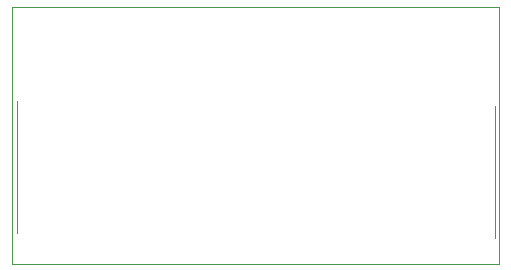
<source format=gko>
G75*
%MOIN*%
%OFA0B0*%
%FSLAX25Y25*%
%IPPOS*%
%LPD*%
%AMOC8*
5,1,8,0,0,1.08239X$1,22.5*
%
%ADD10C,0.00031*%
%ADD11C,0.00000*%
D10*
X0036971Y0006207D02*
X0036971Y0091837D01*
X0199176Y0091837D01*
X0199176Y0006207D01*
X0036971Y0006207D01*
D11*
X0038506Y0016333D02*
X0038506Y0060333D01*
X0198034Y0058877D02*
X0198034Y0014877D01*
M02*

</source>
